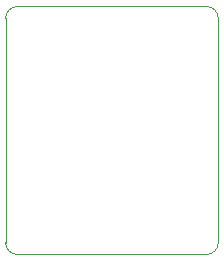
<source format=gm1>
G04 #@! TF.GenerationSoftware,KiCad,Pcbnew,(5.1.12)-1*
G04 #@! TF.CreationDate,2022-08-19T23:51:52+09:00*
G04 #@! TF.ProjectId,main,6d61696e-2e6b-4696-9361-645f70636258,rev?*
G04 #@! TF.SameCoordinates,PX7e5ca20PY5e39180*
G04 #@! TF.FileFunction,Profile,NP*
%FSLAX46Y46*%
G04 Gerber Fmt 4.6, Leading zero omitted, Abs format (unit mm)*
G04 Created by KiCad (PCBNEW (5.1.12)-1) date 2022-08-19 23:51:52*
%MOMM*%
%LPD*%
G01*
G04 APERTURE LIST*
G04 #@! TA.AperFunction,Profile*
%ADD10C,0.050000*%
G04 #@! TD*
G04 APERTURE END LIST*
D10*
X16000000Y0D02*
G75*
G02*
X17000000Y-1000000I0J-1000000D01*
G01*
X17000000Y-20000000D02*
G75*
G02*
X16000000Y-21000000I-1000000J0D01*
G01*
X-1000000Y-1000000D02*
G75*
G02*
X0Y0I1000000J0D01*
G01*
X0Y-21000000D02*
G75*
G02*
X-1000000Y-20000000I0J1000000D01*
G01*
X16000000Y0D02*
X0Y0D01*
X17000000Y-20000000D02*
X17000000Y-1000000D01*
X0Y-21000000D02*
X16000000Y-21000000D01*
X-1000000Y-1000000D02*
X-1000000Y-20000000D01*
M02*

</source>
